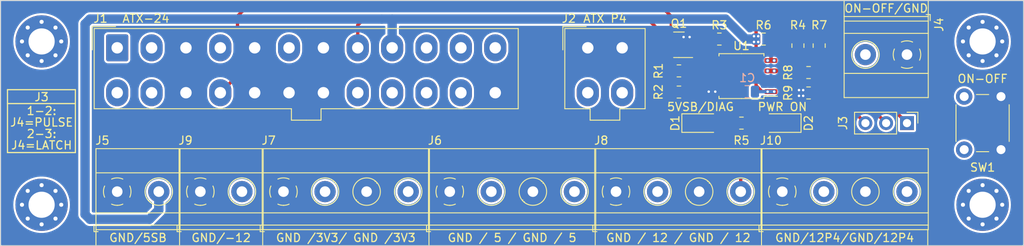
<source format=kicad_pcb>
(kicad_pcb (version 20221018) (generator pcbnew)
  (layers (0 "F.Cu" signal) (1 "In1.Cu" signal) (2 "In2.Cu" signal) (31 "B.Cu" signal) (34 "B.Paste" user) (35 "F.Paste" user) (36 "B.SilkS" user "B.Silkscreen") (37 "F.SilkS" user "F.Silkscreen") (38 "B.Mask" user) (39 "F.Mask" user) (44 "Edge.Cuts" user))
  (net 0 "")
  (net 1 "+5V STDBY")
  (net 2 "GND")
  (net 3 "Net-(D1-A)")
  (net 4 "Net-(D2-A)")
  (net 5 "+12P")
  (net 6 "Net-(J3-Pin_1)")
  (net 7 "Net-(J3-Pin_2)")
  (net 8 "Net-(J3-Pin_3)")
  (net 9 "ON{slash}OFF")
  (net 10 "+5V")
  (net 11 "+3V3")
  (net 12 "+12V")
  (net 13 "-12V")
  (net 14 "Net-(Q1-G)")
  (net 15 "Net-(J1-PS_ON#)")
  (net 16 "PSON")
  (net 17 "Net-(J1-PWR_OK)")
  (net 18 "PWROK")
  (net 19 "Net-(U1-GP2)")
  (net 20 "Net-(U1-GP4)")
  (net 21 "M{slash}L")
  (footprint "Resistor_SMD:R_0805_2012Metric" (layer "F.Cu") (at 130.53 104.92)
    (fp_text reference "R6" (at 0 -1.7) (layer "F.SilkS"))
    (fp_text value "10K")
    (pad "1" smd roundrect (at -0.9125 0) (size 1.025 1.4) (layers "F.Cu" "F.Paste" "F.Mask") (roundrect_rratio 0.243902439) (net 1 "+5V STDBY"))
    (pad "2" smd roundrect (at 0.9125 0) (size 1.025 1.4) (layers "F.Cu" "F.Paste" "F.Mask") (roundrect_rratio 0.243902439) (net 9 "ON{slash}OFF"))
  )
  (footprint "TerminalBlock_Phoenix:TerminalBlock_Phoenix_MKDS-1,5-4-5.08_1x04_P5.08mm_Horizontal" (layer "F.Cu") (at 112.5 123.6)
    (fp_text reference "J8" (at -1.81 -6.26) (layer "F.SilkS"))
    (fp_text value "GND / 12 / GND / 12" (at 7.62 5.66) (layer "F.SilkS"))
    (pad "1" thru_hole rect (at 0 0) (size 2.6 2.6) (drill 1.3) (layers "*.Cu" "*.Mask") (net 2 "GND"))
    (pad "2" thru_hole circle (at 5.08 0) (size 2.6 2.6) (drill 1.3) (layers "*.Cu" "*.Mask") (net 12 "+12V"))
    (pad "3" thru_hole circle (at 10.16 0) (size 2.6 2.6) (drill 1.3) (layers "*.Cu" "*.Mask") (net 2 "GND"))
    (pad "4" thru_hole circle (at 15.24 0) (size 2.6 2.6) (drill 1.3) (layers "*.Cu" "*.Mask") (net 12 "+12V"))
  )
  (footprint "MountingHole:MountingHole_3.2mm_M3_Pad_Via" (layer "F.Cu") (at 42.3 125.21)
    (fp_text reference "REF**" hide)
    (fp_text value "MountingHole_3.2mm_M3_Pad_Via" hide)
    (pad "1" thru_hole circle (at -2.4 0) (size 0.8 0.8) (drill 0.5) (layers "*.Cu" "*.Mask"))
    (pad "1" thru_hole circle (at -1.697056 -1.697056) (size 0.8 0.8) (drill 0.5) (layers "*.Cu" "*.Mask"))
    (pad "1" thru_hole circle (at -1.697056 1.697056) (size 0.8 0.8) (drill 0.5) (layers "*.Cu" "*.Mask"))
    (pad "1" thru_hole circle (at 0 -2.4) (size 0.8 0.8) (drill 0.5) (layers "*.Cu" "*.Mask"))
    (pad "1" thru_hole circle (at 0 0) (size 6.4 6.4) (drill 3.2) (layers "*.Cu" "*.Mask"))
    (pad "1" thru_hole circle (at 0 2.4) (size 0.8 0.8) (drill 0.5) (layers "*.Cu" "*.Mask"))
    (pad "1" thru_hole circle (at 1.697056 -1.697056) (size 0.8 0.8) (drill 0.5) (layers "*.Cu" "*.Mask"))
    (pad "1" thru_hole circle (at 1.697056 1.697056) (size 0.8 0.8) (drill 0.5) (layers "*.Cu" "*.Mask"))
    (pad "1" thru_hole circle (at 2.4 0) (size 0.8 0.8) (drill 0.5) (layers "*.Cu" "*.Mask"))
  )
  (footprint "TerminalBlock_Phoenix:TerminalBlock_Phoenix_MKDS-1,5-4-5.08_1x04_P5.08mm_Horizontal" (layer "F.Cu") (at 71.86 123.6)
    (fp_text reference "J7" (at -1.81 -6.26) (layer "F.SilkS"))
    (fp_text value "GND /3V3/ GND /3V3" (at 7.62 5.66) (layer "F.SilkS"))
    (pad "1" thru_hole rect (at 0 0) (size 2.6 2.6) (drill 1.3) (layers "*.Cu" "*.Mask") (net 2 "GND"))
    (pad "2" thru_hole circle (at 5.08 0) (size 2.6 2.6) (drill 1.3) (layers "*.Cu" "*.Mask") (net 11 "+3V3"))
    (pad "3" thru_hole circle (at 10.16 0) (size 2.6 2.6) (drill 1.3) (layers "*.Cu" "*.Mask") (net 2 "GND"))
    (pad "4" thru_hole circle (at 15.24 0) (size 2.6 2.6) (drill 1.3) (layers "*.Cu" "*.Mask") (net 11 "+3V3"))
  )
  (footprint "LED_SMD:LED_1206_3216Metric" (layer "F.Cu") (at 122.83 115.21)
    (fp_text reference "D1" (at -3.1 0.01 -90) (layer "F.SilkS"))
    (fp_text value "5VSB/DIAG" (at 0 -1.99) (layer "F.SilkS"))
    (pad "1" smd roundrect (at -1.4 0) (size 1.25 1.75) (layers "F.Cu" "F.Paste" "F.Mask") (roundrect_rratio 0.2) (net 2 "GND"))
    (pad "2" smd roundrect (at 1.4 0) (size 1.25 1.75) (layers "F.Cu" "F.Paste" "F.Mask") (roundrect_rratio 0.2) (net 3 "Net-(D1-A)"))
  )
  (footprint "TerminalBlock_Phoenix:TerminalBlock_Phoenix_MKDS-1,5-2-5.08_1x02_P5.08mm_Horizontal" (layer "F.Cu") (at 148.06 106.82 180)
    (fp_text reference "J4" (at -3.92 3.67 90) (layer "F.SilkS"))
    (fp_text value "ON-OFF/GND" (at 2.54 5.66) (layer "F.SilkS"))
    (pad "1" thru_hole rect (at 0 0 180) (size 2.6 2.6) (drill 1.3) (layers "*.Cu" "*.Mask") (net 2 "GND"))
    (pad "2" thru_hole circle (at 5.08 0 180) (size 2.6 2.6) (drill 1.3) (layers "*.Cu" "*.Mask") (net 9 "ON{slash}OFF"))
  )
  (footprint "MountingHole:MountingHole_3.2mm_M3_Pad_Via" (layer "F.Cu") (at 42.3 105.21)
    (fp_text reference "REF**" hide)
    (fp_text value "MountingHole_3.2mm_M3_Pad_Via" hide)
    (pad "1" thru_hole circle (at -2.4 0) (size 0.8 0.8) (drill 0.5) (layers "*.Cu" "*.Mask"))
    (pad "1" thru_hole circle (at -1.697056 -1.697056) (size 0.8 0.8) (drill 0.5) (layers "*.Cu" "*.Mask"))
    (pad "1" thru_hole circle (at -1.697056 1.697056) (size 0.8 0.8) (drill 0.5) (layers "*.Cu" "*.Mask"))
    (pad "1" thru_hole circle (at 0 -2.4) (size 0.8 0.8) (drill 0.5) (layers "*.Cu" "*.Mask"))
    (pad "1" thru_hole circle (at 0 0) (size 6.4 6.4) (drill 3.2) (layers "*.Cu" "*.Mask"))
    (pad "1" thru_hole circle (at 0 2.4) (size 0.8 0.8) (drill 0.5) (layers "*.Cu" "*.Mask"))
    (pad "1" thru_hole circle (at 1.697056 -1.697056) (size 0.8 0.8) (drill 0.5) (layers "*.Cu" "*.Mask"))
    (pad "1" thru_hole circle (at 1.697056 1.697056) (size 0.8 0.8) (drill 0.5) (layers "*.Cu" "*.Mask"))
    (pad "1" thru_hole circle (at 2.4 0) (size 0.8 0.8) (drill 0.5) (layers "*.Cu" "*.Mask"))
  )
  (footprint "Resistor_SMD:R_0805_2012Metric" (layer "F.Cu") (at 127.83 115.21)
    (fp_text reference "R5" (at 0 2.13) (layer "F.SilkS"))
    (fp_text value "10K")
    (pad "1" smd roundrect (at -0.9125 0) (size 1.025 1.4) (layers "F.Cu" "F.Paste" "F.Mask") (roundrect_rratio 0.243902439) (net 12 "+12V"))
    (pad "2" smd roundrect (at 0.9125 0) (size 1.025 1.4) (layers "F.Cu" "F.Paste" "F.Mask") (roundrect_rratio 0.243902439) (net 4 "Net-(D2-A)"))
  )
  (footprint "Connector_Molex:Molex_Mini-Fit_Jr_5566-24A_2x12_P4.20mm_Vertical" (layer "F.Cu") (at 51.54 105.99)
    (fp_text reference "J1" (at -2.04 -3.59) (layer "F.SilkS"))
    (fp_text value "ATX-24" (at 3.51 -3.59) (layer "F.SilkS"))
    (pad "1" thru_hole roundrect (at 0 0) (size 2.7 3.3) (drill 1.4) (layers "*.Cu" "*.Mask") (roundrect_rratio 0.09259296296) (net 11 "+3V3"))
    (pad "2" thru_hole oval (at 4.2 0) (size 2.7 3.3) (drill 1.4) (layers "*.Cu" "*.Mask") (net 11 "+3V3"))
    (pad "3" thru_hole oval (at 8.4 0) (size 2.7 3.3) (drill 1.4) (layers "*.Cu" "*.Mask") (net 2 "GND"))
    (pad "4" thru_hole oval (at 12.6 0) (size 2.7 3.3) (drill 1.4) (layers "*.Cu" "*.Mask") (net 10 "+5V"))
    (pad "5" thru_hole oval (at 16.8 0) (size 2.7 3.3) (drill 1.4) (layers "*.Cu" "*.Mask") (net 2 "GND"))
    (pad "6" thru_hole oval (at 21 0) (size 2.7 3.3) (drill 1.4) (layers "*.Cu" "*.Mask") (net 10 "+5V"))
    (pad "7" thru_hole oval (at 25.2 0) (size 2.7 3.3) (drill 1.4) (layers "*.Cu" "*.Mask") (net 2 "GND"))
    (pad "8" thru_hole oval (at 29.4 0) (size 2.7 3.3) (drill 1.4) (layers "*.Cu" "*.Mask") (net 17 "Net-(J1-PWR_OK)"))
    (pad "9" thru_hole oval (at 33.6 0) (size 2.7 3.3) (drill 1.4) (layers "*.Cu" "*.Mask") (net 1 "+5V STDBY"))
    (pad "10" thru_hole oval (at 37.8 0) (size 2.7 3.3) (drill 1.4) (layers "*.Cu" "*.Mask") (net 12 "+12V"))
    (pad "11" thru_hole oval (at 42 0) (size 2.7 3.3) (drill 1.4) (layers "*.Cu" "*.Mask") (net 12 "+12V"))
    (pad "12" thru_hole oval (at 46.2 0) (size 2.7 3.3) (drill 1.4) (layers "*.Cu" "*.Mask") (net 11 "+3V3"))
    (pad "13" thru_hole oval (at 0 5.5) (size 2.7 3.3) (drill 1.4) (layers "*.Cu" "*.Mask") (net 11 "+3V3"))
    (pad "14" thru_hole oval (at 4.2 5.5) (size 2.7 3.3) (drill 1.4) (layers "*.Cu" "*.Mask") (net 13 "-12V"))
    (pad "15" thru_hole oval (at 8.4 5.5) (size 2.7 3.3) (drill 1.4) (layers "*.Cu" "*.Mask") (net 2 "GND"))
    (pad "16" thru_hole oval (at 12.6 5.5) (size 2.7 3.3) (drill 1.4) (layers "*.Cu" "*.Mask") (net 15 "Net-(J1-PS_ON#)"))
    (pad "17" thru_hole oval (at 16.8 5.5) (size 2.7 3.3) (drill 1.4) (layers "*.Cu" "*.Mask") (net 2 "GND"))
    (pad "18" thru_hole oval (at 21 5.5) (size 2.7 3.3) (drill 1.4) (layers "*.Cu" "*.Mask") (net 2 "GND"))
    (pad "19" thru_hole oval (at 25.2 5.5) (size 2.7 3.3) (drill 1.4) (layers "*.Cu" "*.Mask") (net 2 "GND"))
    (pad "20" thru_hole oval (at 29.4 5.5) (size 2.7 3.3) (drill 1.4) (layers "*.Cu" "*.Mask"))
    (pad "21" thru_hole oval (at 33.6 5.5) (size 2.7 3.3) (drill 1.4) (layers "*.Cu" "*.Mask") (net 10 "+5V"))
    (pad "22" thru_hole oval (at 37.8 5.5) (size 2.7 3.3) (drill 1.4) (layers "*.Cu" "*.Mask") (net 10 "+5V"))
    (pad "23" thru_hole oval (at 42 5.5) (size 2.7 3.3) (drill 1.4) (layers "*.Cu" "*.Mask") (net 10 "+5V"))
    (pad "24" thru_hole oval (at 46.2 5.5) (size 2.7 3.3) (drill 1.4) (layers "*.Cu" "*.Mask") (net 2 "GND"))
  )
  (footprint "Package_TO_SOT_SMD:SOT-23" (layer "F.Cu") (at 120.19 105.62 180)
    (fp_text reference "Q1" (at 0 2.6) (layer "F.SilkS"))
    (fp_text value "BSS138")
    (pad "1" smd roundrect (at -0.9375 -0.95 180) (size 1.475 0.6) (layers "F.Cu" "F.Paste" "F.Mask") (net 14 "Net-(Q1-G)"))
    (pad "2" smd roundrect (at -0.9375 0.95 180) (size 1.475 0.6) (layers "F.Cu" "F.Paste" "F.Mask") (net 2 "GND"))
    (pad "3" smd roundrect (at 0.9375 0 180) (size 1.475 0.6) (layers "F.Cu" "F.Paste" "F.Mask") (net 15 "Net-(J1-PS_ON#)"))
  )
  (footprint "Resistor_SMD:R_0805_2012Metric" (layer "F.Cu") (at 136.03 111.52)
    (fp_text reference "R9" (at -2.5 0 90) (layer "F.SilkS"))
    (fp_text value "10K")
    (pad "1" smd roundrect (at -0.9125 0) (size 1.025 1.4) (layers "F.Cu" "F.Paste" "F.Mask") (roundrect_rratio 0.243902439) (net 2 "GND"))
    (pad "2" smd roundrect (at 0.9125 0) (size 1.025 1.4) (layers "F.Cu" "F.Paste" "F.Mask") (roundrect_rratio 0.243902439) (net 8 "Net-(J3-Pin_3)"))
  )
  (footprint "TerminalBlock_Phoenix:TerminalBlock_Phoenix_MKDS-1,5-4-5.08_1x04_P5.08mm_Horizontal" (layer "F.Cu") (at 92.18 123.6)
    (fp_text reference "J6" (at -1.81 -6.26) (layer "F.SilkS"))
    (fp_text value "GND / 5 / GND / 5" (at 7.62 5.66) (layer "F.SilkS"))
    (pad "1" thru_hole rect (at 0 0) (size 2.6 2.6) (drill 1.3) (layers "*.Cu" "*.Mask") (net 2 "GND"))
    (pad "2" thru_hole circle (at 5.08 0) (size 2.6 2.6) (drill 1.3) (layers "*.Cu" "*.Mask") (net 10 "+5V"))
    (pad "3" thru_hole circle (at 10.16 0) (size 2.6 2.6) (drill 1.3) (layers "*.Cu" "*.Mask") (net 2 "GND"))
    (pad "4" thru_hole circle (at 15.24 0) (size 2.6 2.6) (drill 1.3) (layers "*.Cu" "*.Mask") (net 10 "+5V"))
  )
  (footprint "Resistor_SMD:R_0805_2012Metric" (layer "F.Cu") (at 125.13 104.92)
    (fp_text reference "R3" (at 0 -1.7) (layer "F.SilkS"))
    (fp_text value "3K3")
    (pad "1" smd roundrect (at -0.9125 0) (size 1.025 1.4) (layers "F.Cu" "F.Paste" "F.Mask") (roundrect_rratio 0.243902439) (net 19 "Net-(U1-GP2)"))
    (pad "2" smd roundrect (at 0.9125 0) (size 1.025 1.4) (layers "F.Cu" "F.Paste" "F.Mask") (roundrect_rratio 0.243902439) (net 3 "Net-(D1-A)"))
  )
  (footprint "Connector_PinHeader_2.54mm:PinHeader_1x03_P2.54mm_Vertical" (layer "F.Cu") (at 148.06 115.21 -90)
    (fp_text reference "J3" (at 0 7.83 -270) (layer "F.SilkS"))
    (fp_text value "M/L")
    (pad "1" thru_hole rect (at 0 0 270) (size 1.7 1.7) (drill 1) (layers "*.Cu" "*.Mask") (net 6 "Net-(J3-Pin_1)"))
    (pad "2" thru_hole oval (at 0 2.549999 270) (size 1.7 1.7) (drill 1) (layers "*.Cu" "*.Mask") (net 7 "Net-(J3-Pin_2)"))
    (pad "3" thru_hole oval (at 0 5.08 270) (size 1.7 1.7) (drill 1) (layers "*.Cu" "*.Mask") (net 8 "Net-(J3-Pin_3)"))
  )
  (footprint "Connector_Molex:Molex_Mini-Fit_Jr_5566-04A_2x02_P4.20mm_Vertical" (layer "F.Cu") (at 109.05 105.99)
    (fp_text reference "J2" (at -2.31 -3.59) (layer "F.SilkS"))
    (fp_text value "ATX P4" (at 2.1 -3.59) (layer "F.SilkS"))
    (pad "1" thru_hole roundrect (at 0 0) (size 2.7 3.3) (drill 1.4) (layers "*.Cu" "*.Mask") (roundrect_rratio 0.09259296296) (net 2 "GND"))
    (pad "2" thru_hole oval (at 4.2 0) (size 2.7 3.3) (drill 1.4) (layers "*.Cu" "*.Mask") (net 2 "GND"))
    (pad "3" thru_hole oval (at 0 5.5) (size 2.7 3.3) (drill 1.4) (layers "*.Cu" "*.Mask") (net 5 "+12P"))
    (pad "4" thru_hole oval (at 4.2 5.5) (size 2.7 3.3) (drill 1.4) (layers "*.Cu" "*.Mask") (net 5 "+12P"))
  )
  (footprint "Resistor_SMD:R_0805_2012Metric" (layer "F.Cu") (at 136.03 109.02)
    (fp_text reference "R8" (at -2.5 0 90) (layer "F.SilkS"))
    (fp_text value "10K")
    (pad "1" smd roundrect (at -0.9125 0) (size 1.025 1.4) (layers "F.Cu" "F.Paste" "F.Mask") (roundrect_rratio 0.243902439) (net 21 "M{slash}L"))
    (pad "2" smd roundrect (at 0.9125 0) (size 1.025 1.4) (layers "F.Cu" "F.Paste" "F.Mask") (roundrect_rratio 0.243902439) (net 7 "Net-(J3-Pin_2)"))
  )
  (footprint "LED_SMD:LED_1206_3216Metric" (layer "F.Cu") (at 132.83 115.21 180)
    (fp_text reference "D2" (at -3.2 -0.01 270) (layer "F.SilkS"))
    (fp_text value "PWR ON" (at 0 1.99) (layer "F.SilkS"))
    (pad "1" smd roundrect (at -1.4 0 180) (size 1.25 1.75) (layers "F.Cu" "F.Paste" "F.Mask") (roundrect_rratio 0.2) (net 2 "GND"))
    (pad "2" smd roundrect (at 1.4 0 180) (size 1.25 1.75) (layers "F.Cu" "F.Paste" "F.Mask") (roundrect_rratio 0.2) (net 4 "Net-(D2-A)"))
  )
  (footprint "TerminalBlock_Phoenix:TerminalBlock_Phoenix_MKDS-1,5-2-5.08_1x02_P5.08mm_Horizontal" (layer "F.Cu") (at 51.54 123.6)
    (fp_text reference "J5" (at -1.81 -6.26) (layer "F.SilkS"))
    (fp_text value "GND/5SB" (at 2.54 5.66) (layer "F.SilkS"))
    (pad "1" thru_hole rect (at 0 0) (size 2.6 2.6) (drill 1.3) (layers "*.Cu" "*.Mask") (net 2 "GND"))
    (pad "2" thru_hole circle (at 5.08 0) (size 2.6 2.6) (drill 1.3) (layers "*.Cu" "*.Mask") (net 1 "+5V STDBY"))
  )
  (footprint "TerminalBlock_Phoenix:TerminalBlock_Phoenix_MKDS-1,5-4-5.08_1x04_P5.08mm_Horizontal" (layer "F.Cu") (at 132.82 123.6)
    (fp_text reference "J10" (at -1.39 -6.26) (layer "F.SilkS"))
    (fp_text value "GND/12P4/GND/12P4" (at 7.62 5.66) (layer "F.SilkS"))
    (pad "1" thru_hole rect (at 0 0) (size 2.6 2.6) (drill 1.3) (layers "*.Cu" "*.Mask") (net 2 "GND"))
    (pad "2" thru_hole circle (at 5.08 0) (size 2.6 2.6) (drill 1.3) (layers "*.Cu" "*.Mask") (net 5 "+12P"))
    (pad "3" thru_hole circle (at 10.16 0) (size 2.6 2.6) (drill 1.3) (layers "*.Cu" "*.Mask") (net 2 "GND"))
    (pad "4" thru_hole circle (at 15.24 0) (size 2.6 2.6) (drill 1.3) (layers "*.Cu" "*.Mask") (net 5 "+12P"))
  )
  (footprint "MountingHole:MountingHole_3.2mm_M3_Pad_Via" (layer "F.Cu") (at 157.3 125.21)
    (fp_text reference "REF**" hide)
    (fp_text value "MountingHole_3.2mm_M3_Pad_Via" hide)
    (pad "1" thru_hole circle (at -2.4 0) (size 0.8 0.8) (drill 0.5) (layers "*.Cu" "*.Mask"))
    (pad "1" thru_hole circle (at -1.697056 -1.697056) (size 0.8 0.8) (drill 0.5) (layers "*.Cu" "*.Mask"))
    (pad "1" thru_hole circle (at -1.697056 1.697056) (size 0.8 0.8) (drill 0.5) (layers "*.Cu" "*.Mask"))
    (pad "1" thru_hole circle (at 0 -2.4) (size 0.8 0.8) (drill 0.5) (layers "*.Cu" "*.Mask"))
    (pad "1" thru_hole circle (at 0 0) (size 6.4 6.4) (drill 3.2) (layers "*.Cu" "*.Mask"))
    (pad "1" thru_hole circle (at 0 2.4) (size 0.8 0.8) (drill 0.5) (layers "*.Cu" "*.Mask"))
    (pad "1" thru_hole circle (at 1.697056 -1.697056) (size 0.8 0.8) (drill 0.5) (layers "*.Cu" "*.Mask"))
    (pad "1" thru_hole circle (at 1.697056 1.697056) (size 0.8 0.8) (drill 0.5) (layers "*.Cu" "*.Mask"))
    (pad "1" thru_hole circle (at 2.4 0) (size 0.8 0.8) (drill 0.5) (layers "*.Cu" "*.Mask"))
  )
  (footprint "Button_Switch_THT:SW_PUSH_6mm_H5mm" (layer "F.Cu") (at 155.05 118.46 90)
    (fp_text reference "SW1" (at -2.18 2.25 180) (layer "F.SilkS"))
    (fp_text value "ON-OFF" (at 8.68 2.25 180) (layer "F.SilkS"))
    (pad "1" thru_hole circle (at 0 0 180) (size 2 2) (drill 1.1) (layers "*.Cu" "*.Mask") (net 20 "Net-(U1-GP4)"))
    (pad "1" thru_hole circle (at 6.5 0 180) (size 2 2) (drill 1.1) (layers "*.Cu" "*.Mask") (net 20 "Net-(U1-GP4)"))
    (pad "2" thru_hole circle (at 0 4.5 180) (size 2 2) (drill 1.1) (layers "*.Cu" "*.Mask") (net 2 "GND"))
    (pad "2" thru_hole circle (at 6.5 4.5 180) (size 2 2) (drill 1.1) (layers "*.Cu" "*.Mask") (net 2 "GND"))
  )
  (footprint "TerminalBlock_Phoenix:TerminalBlock_Phoenix_MKDS-1,5-2-5.08_1x02_P5.08mm_Horizontal" (layer "F.Cu") (at 61.7 123.6)
    (fp_text reference "J9" (at -1.81 -6.26) (layer "F.SilkS"))
    (fp_text value "GND/-12" (at 2.54 5.66) (layer "F.SilkS"))
    (pad "1" thru_hole rect (at 0 0) (size 2.6 2.6) (drill 1.3) (layers "*.Cu" "*.Mask") (net 2 "GND"))
    (pad "2" thru_hole circle (at 5.08 0) (size 2.6 2.6) (drill 1.3) (layers "*.Cu" "*.Mask") (net 13 "-12V"))
  )
  (footprint "Resistor_SMD:R_0805_2012Metric" (layer "F.Cu") (at 120.19 108.82 180)
    (fp_text reference "R1" (at 2.5 0 90) (layer "F.SilkS"))
    (fp_text value "10K")
    (pad "1" smd roundrect (at -0.9125 0 180) (size 1.025 1.4) (layers "F.Cu" "F.Paste" "F.Mask") (roundrect_rratio 0.243902439) (net 16 "PSON"))
    (pad "2" smd roundrect (at 0.9125 0 180) (size 1.025 1.4) (layers "F.Cu" "F.Paste" "F.Mask") (roundrect_rratio 0.243902439) (net 14 "Net-(Q1-G)"))
  )
  (footprint "Resistor_SMD:R_0805_2012Metric" (layer "F.Cu") (at 134.73 105.72 -90)
    (fp_text reference "R4" (at -2.5 0 180) (layer "F.SilkS"))
    (fp_text value "10K")
    (pad "1" smd roundrect (at -0.9125 0 270) (size 1.025 1.4) (layers "F.Cu" "F.Paste" "F.Mask") (roundrect_rratio 0.243902439) (net 1 "+5V STDBY"))
    (pad "2" smd roundrect (at 0.9125 0 270) (size 1.025 1.4) (layers "F.Cu" "F.Paste" "F.Mask") (roundrect_rratio 0.243902439) (net 20 "Net-(U1-GP4)"))
  )
  (footprint "Package_SO:SOIC-8_5.275x5.275mm_P1.27mm" (layer "F.Cu") (at 127.83 109.455 180)
    (fp_text reference "U1" (at 0 3.7) (layer "F.SilkS"))
    (fp_text value "PIC12C508A-ISM")
    (pad "1" smd roundrect (at -3.6 -1.905 180) (size 1.6 0.6) (layers "F.Cu" "F.Paste" "F.Mask") (net 1 "+5V STDBY"))
    (pad "2" smd roundrect (at -3.6 -0.635 180) (size 1.6 0.6) (layers "F.Cu" "F.Paste" "F.Mask") (net 21 "M{slash}L"))
    (pad "3" smd roundrect (at -3.6 0.635 180) (size 1.6 0.6) (layers "F.Cu" "F.Paste" "F.Mask") (net 20 "Net-(U1-GP4)"))
    (pad "4" smd roundrect (at -3.6 1.905 180) (size 1.6 0.6) (layers "F.Cu" "F.Paste" "F.Mask") (net 9 "ON{slash}OFF"))
    (pad "5" smd roundrect (at 3.6 1.905 180) (size 1.6 0.6) (layers "F.Cu" "F.Paste" "F.Mask") (net 19 "Net-(U1-GP2)"))
    (pad "6" smd roundrect (at 3.6 0.635 180) (size 1.6 0.6) (layers "F.Cu" "F.Paste" "F.Mask") (net 16 "PSON"))
    (pad "7" smd roundrect (at 3.6 -0.635 180) (size 1.6 0.6) (layers "F.Cu" "F.Paste" "F.Mask") (net 18 "PWROK"))
    (pad "8" smd roundrect (at 3.6 -1.905 180) (size 1.6 0.6) (layers "F.Cu" "F.Paste" "F.Mask") (net 2 "GND"))
  )
  (footprint "MountingHole:MountingHole_3.2mm_M3_Pad_Via" (layer "F.Cu") (at 157.3 105.21)
    (fp_text reference "REF**" hide)
    (fp_text value "MountingHole_3.2mm_M3_Pad_Via" hide)
    (pad "1" thru_hole circle (at -2.4 0) (size 0.8 0.8) (drill 0.5) (layers "*.Cu" "*.Mask"))
    (pad "1" thru_hole circle (at -1.697056 -1.697056) (size 0.8 0.8) (drill 0.5) (layers "*.Cu" "*.Mask"))
    (pad "1" thru_hole circle (at -1.697056 1.697056) (size 0.8 0.8) (drill 0.5) (layers "*.Cu" "*.Mask"))
    (pad "1" thru_hole circle (at 0 -2.4) (size 0.8 0.8) (drill 0.5) (layers "*.Cu" "*.Mask"))
    (pad "1" thru_hole circle (at 0 0) (size 6.4 6.4) (drill 3.2) (layers "*.Cu" "*.Mask"))
    (pad "1" thru_hole circle (at 0 2.4) (size 0.8 0.8) (drill 0.5) (layers "*.Cu" "*.Mask"))
    (pad "1" thru_hole circle (at 1.697056 -1.697056) (size 0.8 0.8) (drill 0.5) (layers "*.Cu" "*.Mask"))
    (pad "1" thru_hole circle (at 1.697056 1.697056) (size 0.8 0.8) (drill 0.5) (layers "*.Cu" "*.Mask"))
    (pad "1" thru_hole circle (at 2.4 0) (size 0.8 0.8) (drill 0.5) (layers "*.Cu" "*.Mask"))
  )
  (footprint "Resistor_SMD:R_0805_2012Metric" (layer "F.Cu") (at 120.19 111.41)
    (fp_text reference "R2" (at -2.5 0 90) (layer "F.SilkS"))
    (fp_text value "10K")
    (pad "1" smd roundrect (at -0.9125 0) (size 1.025 1.4) (layers "F.Cu" "F.Paste" "F.Mask") (roundrect_rratio 0.243902439) (net 17 "Net-(J1-PWR_OK)"))
    (pad "2" smd roundrect (at 0.9125 0) (size 1.025 1.4) (layers "F.Cu" "F.Paste" "F.Mask") (roundrect_rratio 0.243902439) (net 18 "PWROK"))
  )
  (footprint "Resistor_SMD:R_0805_2012Metric" (layer "F.Cu") (at 137.33 105.72 -90)
    (fp_text reference "R7" (at -2.5 0 180) (layer "F.SilkS"))
    (fp_text value "10K")
    (pad "1" smd roundrect (at -0.9125 0 270) (size 1.025 1.4) (layers "F.Cu" "F.Paste" "F.Mask") (roundrect_rratio 0.243902439) (net 1 "+5V STDBY"))
    (pad "2" smd roundrect (at 0.9125 0 270) (size 1.025 1.4) (layers "F.Cu" "F.Paste" "F.Mask") (roundrect_rratio 0.243902439) (net 6 "Net-(J3-Pin_1)"))
  )
  (footprint "" (layer "B.Cu") (at 130.63 102.52 180)
    (fp_text reference "" (at 0 0) (layer "B.SilkS") (effects (font (size 1.27 1.27)) (justify mirror)))
    (fp_text value "" (at 0 0) (layer "B.SilkS") (effects (font (size 1.27 1.27)) (justify mirror)))
    (pad "" smd roundrect (at 1.0125 -2.4 180) (size 1.025 1.4) (layers "B.Cu" "B.Paste" "B.Mask") (roundrect_rratio 0.243902439) (net 1 "+5V STDBY"))
  )
  (footprint "Capacitor_SMD:C_0805_2012Metric" (layer "B.Cu") (at 128.53 111.36 180)
    (fp_text reference "C1" (at 0 1.68) (layer "B.SilkS") (effects (justify mirror)))
    (fp_text value "100n")
    (pad "1" smd roundrect (at -0.95 0 180) (size 1 1.45) (layers "B.Cu" "B.Paste" "B.Mask") (net 1 "+5V STDBY"))
    (pad "2" smd roundrect (at 0.95 0 180) (size 1 1.45) (layers "B.Cu" "B.Paste" "B.Mask") (net 2 "GND"))
  )
  (gr_line (start 38.13 118.82) (end 46.43 118.82) (stroke (width 0.15)) (layer "F.SilkS"))
  (gr_line (start 89.64 128.26) (end 89.64 130.18) (stroke (width 0.12)) (layer "F.SilkS"))
  (gr_line (start 69.32 128.26) (end 69.32 130.18) (stroke (width 0.12)) (layer "F.SilkS"))
  (gr_line (start 38.13 111.12) (end 46.43 111.12) (stroke (width 0.15)) (layer "F.SilkS"))
  (gr_line (start 46.43 112.82) (end 38.13 112.82) (stroke (width 0.15)) (layer "F.SilkS"))
  (gr_line (start 38.13 111.12) (end 38.13 118.82) (stroke (width 0.15)) (layer "F.SilkS"))
  (gr_line (start 150.66 100.22) (end 150.66 102.14) (stroke (width 0.12)) (layer "F.SilkS"))
  (gr_line (start 59.16 128.26) (end 59.16 130.18) (stroke (width 0.12)) (layer "F.SilkS"))
  (gr_line (start 130.28 128.26) (end 130.28 130.18) (stroke (width 0.12)) (layer "F.SilkS"))
  (gr_line (start 150.6 128.26) (end 150.6 130.18) (stroke (width 0.12)) (layer "F.SilkS"))
  (gr_line (start 48.94 128.26) (end 48.94 130.18) (stroke (width 0.12)) (layer "F.SilkS"))
  (gr_line (start 140.38 100.22) (end 140.38 102.14) (stroke (width 0.12)) (layer "F.SilkS"))
  (gr_line (start 109.96 128.26) (end 109.96 130.18) (stroke (width 0.12)) (layer "F.SilkS"))
  (gr_line (start 46.43 111.12) (end 46.43 118.82) (stroke (width 0.15)) (layer "F.SilkS"))
  (gr_line (start 37.29 130.21) (end 162.3 130.21) (stroke (width 0.1)) (layer "Edge.Cuts"))
  (gr_line (start 37.29 100.21) (end 37.29 130.21) (stroke (width 0.1)) (layer "Edge.Cuts"))
  (gr_line (start 162.3 100.21) (end 162.3 130.21) (stroke (width 0.1)) (layer "Edge.Cuts"))
  (gr_line (start 37.29 100.21) (end 162.3 100.21) (stroke (width 0.1)) (layer "Edge.Cuts"))
  (gr_text "2-3:" (at 42.3 116.52) (layer "F.SilkS") (effects (font (size 1 1))))
  (gr_text "J4=LATCH" (at 42.3 117.92) (layer "F.SilkS") (effects (font (size 1 1))))
  (gr_text "1-2:" (at 42.3 113.72) (layer "F.SilkS") (effects (font (size 1 1))))
  (gr_text "J3\n" (at 42.3 112.02) (layer "F.SilkS") (effects (font (size 1 1))))
  (gr_text "J4=PULSE" (at 42.3 115.12) (layer "F.SilkS") (effects (font (size 1 1))))
  (segment (start 134.73 104.8075) (end 134.73 103.7325) (width 0.4064) (layer "F.Cu") (net 1))
  (segment (start 129.6175 110.6225) (end 130.355 111.36) (width 0.4064) (layer "F.Cu") (net 1))
  (segment (start 137.33 104.8075) (end 134.73 104.8075) (width 0.4064) (layer "F.Cu") (net 1))
  (segment (start 134.2175 103.22) (end 130.13 103.22) (width 0.4064) (layer "F.Cu") (net 1))
  (segment (start 130.355 111.36) (end 131.43 111.36) (width 0.4064) (layer "F.Cu") (net 1))
  (segment (start 130.13 103.22) (end 129.6175 103.7325) (width 0.4064) (layer "F.Cu") (net 1))
  (segment (start 129.6175 104.92) (end 129.6175 110.6225) (width 0.4064) (layer "F.Cu") (net 1))
  (segment (start 129.6175 103.7325) (end 129.6175 104.92) (width 0.4064) (layer "F.Cu") (net 1))
  (segment (start 134.73 103.7325) (end 134.2175 103.22) (width 0.4064) (layer "F.Cu") (net 1))
  (via (at 129.87375 105.27) (size 0.45) (drill 0.3) (layers "F.Cu" "B.Cu") (net 1))
  (via (at 129.36125 105.27) (size 0.45) (drill 0.3) (layers "F.Cu" "B.Cu") (net 1))
  (via (at 129.87375 104.57) (size 0.45) (drill 0.3) (layers "F.Cu" "B.Cu") (net 1))
  (via (at 131.83 111.36) (size 0.45) (drill 0.3) (layers "F.Cu" "B.Cu") (net 1))
  (via (at 129.36125 104.57) (size 0.45) (drill 0.3) (layers "F.Cu" "B.Cu") (net 1))
  (via (at 131.03 111.36) (size 0.45) (drill 0.3) (layers "F.Cu" "B.Cu") (net 1))
  (segment (start 48.21 126.99) (end 47.61 126.39) (width 1.143) (layer "B.Cu") (net 1))
  (segment (start 131.83 111.36) (end 131.03 111.36) (width 0.4064) (layer "B.Cu") (net 1))
  (segment (start 83.87 102.47) (end 85.14 102.47) (width 1.143) (layer "B.Cu") (net 1))
  (segment (start 85.14 102.47) (end 125.88 102.47) (width 1.143) (layer "B.Cu") (net 1))
  (segment (start 47.61 103.07) (end 48.21 102.47) (width 1.143) (layer "B.Cu") (net 1))
  (segment (start 125.88 102.47) (end 128.33 104.92) (width 1.143) (layer "B.Cu") (net 1))
  (segment (start 48.21 102.47) (end 83.87 102.47) (width 1.143) (layer "B.Cu") (net 1))
  (segment (start 56.62 125.85) (end 55.48 126.99) (width 1.143) (layer "B.Cu") (net 1))
  (segment (start 128.33 104.92) (end 129.3 104.92) (width 1.143) (layer "B.Cu") (net 1))
  (segment (start 47.61 126.39) (end 47.61 103.07) (width 1.143) (layer "B.Cu") (net 1))
  (segment (start 55.48 126.99) (end 48.21 126.99) (width 1.143) (layer "B.Cu") (net 1))
  (segment (start 56.62 123.6) (end 56.62 125.85) (width 1.143) (layer "B.Cu") (net 1))
  (segment (start 85.14 105.99) (end 85.14 102.47) (width 1.143) (layer "B.Cu") (net 1))
  (segment (start 131.03 111.36) (end 129.48 111.36) (width 0.4064) (layer "B.Cu") (net 1))
  (segment (start 134.23 115.21) (end 134.23 112.61) (width 0.4064) (layer "F.Cu") (net 2))
  (segment (start 134.23 112.61) (end 135.1175 111.7225) (width 0.4064) (layer "F.Cu") (net 2))
  (segment (start 121.43 114.98) (end 121.43 115.21) (width 0.4064) (layer "F.Cu") (net 2))
  (segment (start 135.1175 111.7225) (end 135.1175 111.52) (width 0.4064) (layer "F.Cu") (net 2))
  (segment (start 124.23 111.36) (end 124.23 112.18) (width 0.4064) (layer "F.Cu") (net 2))
  (segment (start 124.23 112.18) (end 121.43 114.98) (width 0.4064) (layer "F.Cu") (net 2))
  (via (at 135.37375 111.87) (size 0.45) (drill 0.3) (layers "F.Cu" "B.Cu") (net 2))
  (via (at 124.63 111.36) (size 0.45) (drill 0.3) (layers "F.Cu" "B.Cu") (net 2))
  (via (at 134.86125 111.87) (size 0.45) (drill 0.3) (layers "F.Cu" "B.Cu") (net 2))
  (via (at 123.83 111.36) (size 0.45) (drill 0.3) (layers "F.Cu" "B.Cu") (net 2))
  (via (at 135.37375 111.17) (size 0.45) (drill 0.3) (layers "F.Cu" "B.Cu") (net 2))
  (via (at 134.86125 111.17) (size 0.45) (drill 0.3) (layers "F.Cu" "B.Cu") (net 2))
  (via (at 120.75875 104.67) (size 0.45) (drill 0.3) (layers "F.Cu" "B.Cu") (net 2))
  (via (at 121.49625 104.67) (size 0.45) (drill 0.3) (layers "F.Cu" "B.Cu") (net 2))
  (segment (start 126.0425 112.0075) (end 124.23 113.82) (width 0.4064) (layer "F.Cu") (net 3))
  (segment (start 124.23 113.82) (end 124.23 115.21) (width 0.4064) (layer "F.Cu") (net 3))
  (segment (start 126.0425 104.92) (end 126.0425 112.0075) (width 0.4064) (layer "F.Cu") (net 3))
  (segment (start 128.7425 115.21) (end 131.43 115.21) (width 0.4064) (layer "F.Cu") (net 4))
  (segment (start 139.4825 106.6325) (end 148.06 115.21) (width 0.4064) (layer "F.Cu") (net 6))
  (segment (start 137.33 106.6325) (end 139.4825 106.6325) (width 0.4064) (layer "F.Cu") (net 6))
  (segment (start 136.9425 109.02) (end 139.320001 109.02) (width 0.4064) (layer "F.Cu") (net 7))
  (segment (start 139.320001 109.02) (end 145.510001 115.21) (width 0.4064) (layer "F.Cu") (net 7))
  (segment (start 139.29 111.52) (end 142.98 115.21) (width 0.4064) (layer "F.Cu") (net 8))
  (segment (start 136.9425 111.52) (end 139.29 111.52) (width 0.4064) (layer "F.Cu") (net 8))
  (segment (start 131.4425 104.92) (end 131.4425 107.5375) (width 0.4064) (layer "F.Cu") (net 9))
  (segment (start 131.4425 107.5375) (end 131.43 107.55) (width 0.4064) (layer "F.Cu") (net 9))
  (via (at 131.03 107.55) (size 0.45) (drill 0.3) (layers "F.Cu" "B.Cu") (net 9))
  (via (at 131.83 107.55) (size 0.45) (drill 0.3) (layers "F.Cu" "B.Cu") (net 9))
  (segment (start 126.9175 115.21) (end 126.9175 120.4875) (width 0.4064) (layer "F.Cu") (net 12))
  (segment (start 126.9175 120.4875) (end 127.74 121.31) (width 0.4064) (layer "F.Cu") (net 12))
  (segment (start 127.74 123.6) (end 127.74 121.31) (width 0.4064) (layer "F.Cu") (net 12))
  (segment (start 119.2775 107.3725) (end 119.2775 108.82) (width 0.4064) (layer "F.Cu") (net 14))
  (segment (start 121.1275 106.57) (end 120.08 106.57) (width 0.4064) (layer "F.Cu") (net 14))
  (segment (start 120.08 106.57) (end 119.2775 107.3725) (width 0.4064) (layer "F.Cu") (net 14))
  (segment (start 66.24 102.11) (end 67.03 101.32) (width 0.4064) (layer "F.Cu") (net 15))
  (segment (start 118.43 101.32) (end 119.2525 102.1425) (width 0.4064) (layer "F.Cu") (net 15))
  (segment (start 66.24 109.39) (end 66.24 102.11) (width 0.4064) (layer "F.Cu") (net 15))
  (segment (start 119.2525 102.1425) (end 119.2525 105.62) (width 0.4064) (layer "F.Cu") (net 15))
  (segment (start 64.14 111.49) (end 66.24 109.39) (width 0.4064) (layer "F.Cu") (net 15))
  (segment (start 67.03 101.32) (end 118.43 101.32) (width 0.4064) (layer "F.Cu") (net 15))
  (segment (start 121.1025 108.82) (end 124.23 108.82) (width 0.4064) (layer "F.Cu") (net 16))
  (segment (start 117.23 103.32) (end 117.23 110.22) (width 0.4064) (layer "F.Cu") (net 17))
  (segment (start 117.23 110.22) (end 117.235 110.225) (width 0.4064) (layer "F.Cu") (net 17))
  (segment (start 81.68 102.47) (end 116.38 102.47) (width 0.4064) (layer "F.Cu") (net 17))
  (segment (start 80.94 105.99) (end 80.94 103.21) (width 0.4064) (layer "F.Cu") (net 17))
  (segment (start 117.235 110.225) (end 117.235 110.625) (width 0.4064) (layer "F.Cu") (net 17))
  (segment (start 117.235 110.625) (end 118.025 111.415) (width 0.4064) (layer "F.Cu") (net 17))
  (segment (start 118.03 111.41) (end 119.2775 111.41) (width 0.4064) (layer "F.Cu") (net 17))
  (segment (start 118.025 111.415) (end 118.03 111.41) (width 0.4064) (layer "F.Cu") (net 17))
  (segment (start 116.38 102.47) (end 117.23 103.32) (width 0.4064) (layer "F.Cu") (net 17))
  (segment (start 80.94 103.21) (end 81.68 102.47) (width 0.4064) (layer "F.Cu") (net 17))
  (segment (start 122.36 110.09) (end 121.1025 111.3475) (width 0.4064) (layer "F.Cu") (net 18))
  (segment (start 121.1025 111.3475) (end 121.1025 111.41) (width 0.4064) (layer "F.Cu") (net 18))
  (segment (start 124.23 110.09) (end 122.36 110.09) (width 0.4064) (layer "F.Cu") (net 18))
  (segment (start 124.2175 104.92) (end 124.2175 107.5375) (width 0.4064) (layer "F.Cu") (net 19))
  (segment (start 124.2175 107.5375) (end 124.23 107.55) (width 0.4064) (layer "F.Cu") (net 19))
  (segment (start 132.53 108.82) (end 134.7175 106.6325) (width 0.4064) (layer "F.Cu") (net 20))
  (segment (start 134.7175 106.6325) (end 134.73 106.6325) (width 0.4064) (layer "F.Cu") (net 20))
  (segment (start 131.43 108.82) (end 132.53 108.82) (width 0.4064) (layer "F.Cu") (net 20))
  (segment (start 134.6175 106.6325) (end 134.73 106.6325) (width 0.4064) (layer "F.Cu") (net 20))
  (via (at 131.83 108.82) (size 0.45) (drill 0.3) (layers "F.Cu" "B.Cu") (net 20))
  (via (at 131.03 108.82) (size 0.45) (drill 0.3) (layers "F.Cu" "B.Cu") (net 20))
  (segment (start 135.1175 109.02) (end 133.6 109.02) (width 0.4064) (layer "F.Cu") (net 21))
  (segment (start 133.6 109.02) (end 132.53 110.09) (width 0.4064) (layer "F.Cu") (net 21))
  (segment (start 131.43 110.09) (end 132.53 110.09) (width 0.4064) (layer "F.Cu") (net 21))
  (zone (net 2) (net_name "GND") (layer "B.Cu") (priority 3) (connect_pads yes (clearance 0.254)) (min_thickness 0.254) (fill yes (thermal_gap 0.254) (thermal_bridge_width 0.254) (smoothing fillet) (radius 0.254))
    (polygon (pts (xy 37.29 130.21) (xy 162.3 130.21) (xy 162.3 100.21) (xy 37.29 100.21)))
  )
)
</source>
